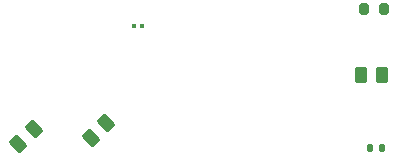
<source format=gtp>
G04 #@! TF.GenerationSoftware,KiCad,Pcbnew,9.0.2*
G04 #@! TF.CreationDate,2025-09-06T12:03:56+01:00*
G04 #@! TF.ProjectId,test_fiducial,74657374-5f66-4696-9475-6369616c2e6b,rev?*
G04 #@! TF.SameCoordinates,Original*
G04 #@! TF.FileFunction,Paste,Top*
G04 #@! TF.FilePolarity,Positive*
%FSLAX46Y46*%
G04 Gerber Fmt 4.6, Leading zero omitted, Abs format (unit mm)*
G04 Created by KiCad (PCBNEW 9.0.2) date 2025-09-06 12:03:56*
%MOMM*%
%LPD*%
G01*
G04 APERTURE LIST*
G04 Aperture macros list*
%AMRoundRect*
0 Rectangle with rounded corners*
0 $1 Rounding radius*
0 $2 $3 $4 $5 $6 $7 $8 $9 X,Y pos of 4 corners*
0 Add a 4 corners polygon primitive as box body*
4,1,4,$2,$3,$4,$5,$6,$7,$8,$9,$2,$3,0*
0 Add four circle primitives for the rounded corners*
1,1,$1+$1,$2,$3*
1,1,$1+$1,$4,$5*
1,1,$1+$1,$6,$7*
1,1,$1+$1,$8,$9*
0 Add four rect primitives between the rounded corners*
20,1,$1+$1,$2,$3,$4,$5,0*
20,1,$1+$1,$4,$5,$6,$7,0*
20,1,$1+$1,$6,$7,$8,$9,0*
20,1,$1+$1,$8,$9,$2,$3,0*%
G04 Aperture macros list end*
%ADD10RoundRect,0.250000X0.132583X-0.503814X0.503814X-0.132583X-0.132583X0.503814X-0.503814X0.132583X0*%
%ADD11RoundRect,0.200000X-0.200000X-0.275000X0.200000X-0.275000X0.200000X0.275000X-0.200000X0.275000X0*%
%ADD12RoundRect,0.079500X-0.079500X-0.100500X0.079500X-0.100500X0.079500X0.100500X-0.079500X0.100500X0*%
%ADD13RoundRect,0.135000X-0.135000X-0.185000X0.135000X-0.185000X0.135000X0.185000X-0.135000X0.185000X0*%
%ADD14RoundRect,0.250000X-0.262500X-0.450000X0.262500X-0.450000X0.262500X0.450000X-0.262500X0.450000X0*%
G04 APERTURE END LIST*
D10*
G04 #@! TO.C,R2*
X123369765Y-96210235D03*
X124660235Y-94919765D03*
G04 #@! TD*
G04 #@! TO.C,R4*
X129539765Y-95670235D03*
X130830235Y-94379765D03*
G04 #@! TD*
D11*
G04 #@! TO.C,R3*
X152635000Y-84735000D03*
X154285000Y-84735000D03*
G04 #@! TD*
D12*
G04 #@! TO.C,R6*
X133175000Y-86150000D03*
X133865000Y-86150000D03*
G04 #@! TD*
D13*
G04 #@! TO.C,R5*
X153155000Y-96485000D03*
X154175000Y-96485000D03*
G04 #@! TD*
D14*
G04 #@! TO.C,R1*
X152342500Y-90365000D03*
X154167500Y-90365000D03*
G04 #@! TD*
M02*

</source>
